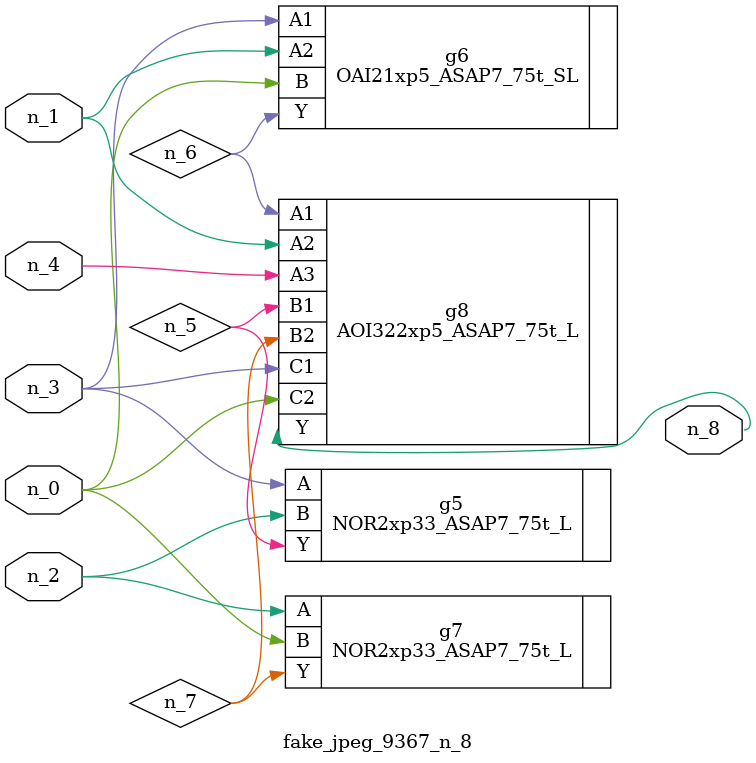
<source format=v>
module fake_jpeg_9367_n_8 (n_3, n_2, n_1, n_0, n_4, n_8);

input n_3;
input n_2;
input n_1;
input n_0;
input n_4;

output n_8;

wire n_6;
wire n_5;
wire n_7;

NOR2xp33_ASAP7_75t_L g5 ( 
.A(n_3),
.B(n_2),
.Y(n_5)
);

OAI21xp5_ASAP7_75t_SL g6 ( 
.A1(n_3),
.A2(n_1),
.B(n_0),
.Y(n_6)
);

NOR2xp33_ASAP7_75t_L g7 ( 
.A(n_2),
.B(n_0),
.Y(n_7)
);

AOI322xp5_ASAP7_75t_L g8 ( 
.A1(n_6),
.A2(n_1),
.A3(n_4),
.B1(n_5),
.B2(n_7),
.C1(n_3),
.C2(n_0),
.Y(n_8)
);


endmodule
</source>
